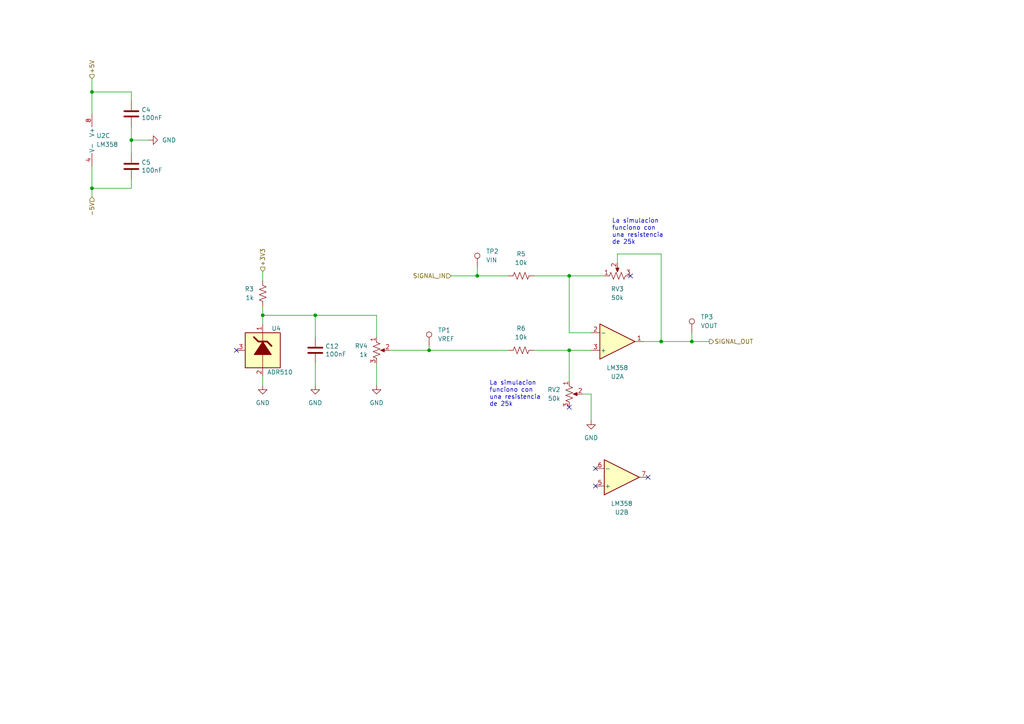
<source format=kicad_sch>
(kicad_sch (version 20230121) (generator eeschema)
  (paper "A4")
  (title_block (title "Signal-adapter") (date "2023-12-03") (rev "v1.0.0") (company "Maykol Rey") (comment 1 "Maykol Rey"))
  (lib_symbols
    (symbol "Amplifier_Operational:LM358" (pin_names (offset 0.127))
      (property "Reference" "U" (at 0 5.08 0))
      (property "Value" "LM358" (at 0 -5.08 0))
      (symbol "LM358_1_1"
        (polyline (pts (xy -5.08 5.08) (xy 5.08 0) (xy -5.08 -5.08) (xy -5.08 5.08)) (stroke (width 0.254)) (fill (type background)))
        (pin output line (at 7.62 0 180) (length 2.54) (name "~") (number "1"))
        (pin input line (at -7.62 -2.54 0) (length 2.54) (name "-") (number "2"))
        (pin input line (at -7.62 2.54 0) (length 2.54) (name "+") (number "3"))
      )
      (symbol "LM358_2_1"
        (polyline (pts (xy -5.08 5.08) (xy 5.08 0) (xy -5.08 -5.08) (xy -5.08 5.08)) (stroke (width 0.254)) (fill (type background)))
        (pin input line (at -7.62 2.54 0) (length 2.54) (name "+") (number "5"))
        (pin input line (at -7.62 -2.54 0) (length 2.54) (name "-") (number "6"))
        (pin output line (at 7.62 0 180) (length 2.54) (name "~") (number "7"))
      )
      (symbol "LM358_3_1"
        (pin power_in line (at -2.54 -7.62 90) (length 3.81) (name "V-") (number "4"))
        (pin power_in line (at -2.54 7.62 270) (length 3.81) (name "V+") (number "8"))
      )
    )
    (symbol "Connector:TestPoint" (pin_numbers hide) (pin_names (offset 0.762) hide)
      (property "Reference" "TP" (at 0 6.858 0))
      (property "Value" "TestPoint" (at 0 5.08 0))
      (symbol "TestPoint_0_1"
        (circle (center 0 3.302) (radius 0.762))
      )
      (symbol "TestPoint_1_1"
        (pin passive line (at 0 0 90) (length 2.54) (name "1") (number "1"))
      )
    )
    (symbol "Device:C" (pin_numbers hide) (pin_names (offset 0.254))
      (property "Reference" "C" (at 0.635 2.54 0))
      (property "Value" "C" (at 0.635 -2.54 0))
      (symbol "C_0_1"
        (polyline (pts (xy -2.032 -0.762) (xy 2.032 -0.762)) (stroke (width 0.508)))
        (polyline (pts (xy -2.032 0.762) (xy 2.032 0.762)) (stroke (width 0.508)))
      )
      (symbol "C_1_1"
        (pin passive line (at 0 3.81 270) (length 2.794) (name "~") (number "1"))
        (pin passive line (at 0 -3.81 90) (length 2.794) (name "~") (number "2"))
      )
    )
    (symbol "Device:R_Potentiometer_US" (pin_names (offset 1.016) hide)
      (property "Reference" "RV" (at -4.445 0 90))
      (property "Value" "R_Potentiometer_US" (at -2.54 0 90))
      (symbol "R_Potentiometer_US_0_1"
        (polyline (pts (xy 0 -2.286) (xy 0 -2.54)))
        (polyline (pts (xy 0 2.54) (xy 0 2.286)))
        (polyline (pts (xy 2.54 0) (xy 1.524 0)))
        (polyline (pts (xy 1.143 0) (xy 2.286 0.508) (xy 2.286 -0.508) (xy 1.143 0)) (fill (type outline)))
        (polyline (pts (xy 0 -0.762) (xy 1.016 -1.143) (xy 0 -1.524) (xy -1.016 -1.905) (xy 0 -2.286)))
        (polyline (pts (xy 0 0.762) (xy 1.016 0.381) (xy 0 0) (xy -1.016 -0.381) (xy 0 -0.762)))
        (polyline (pts (xy 0 2.286) (xy 1.016 1.905) (xy 0 1.524) (xy -1.016 1.143) (xy 0 0.762)))
      )
      (symbol "R_Potentiometer_US_1_1"
        (pin passive line (at 0 3.81 270) (length 1.27) (name "1") (number "1"))
        (pin passive line (at 3.81 0 180) (length 1.27) (name "2") (number "2"))
        (pin passive line (at 0 -3.81 90) (length 1.27) (name "3") (number "3"))
      )
    )
    (symbol "Device:R_US" (pin_numbers hide) (pin_names (offset 0))
      (property "Reference" "R" (at 2.54 0 90))
      (property "Value" "R_US" (at -2.54 0 90))
      (symbol "R_US_0_1"
        (polyline (pts (xy 0 -2.286) (xy 0 -2.54)))
        (polyline (pts (xy 0 2.286) (xy 0 2.54)))
        (polyline (pts (xy 0 -0.762) (xy 1.016 -1.143) (xy 0 -1.524) (xy -1.016 -1.905) (xy 0 -2.286)))
        (polyline (pts (xy 0 0.762) (xy 1.016 0.381) (xy 0 0) (xy -1.016 -0.381) (xy 0 -0.762)))
        (polyline (pts (xy 0 2.286) (xy 1.016 1.905) (xy 0 1.524) (xy -1.016 1.143) (xy 0 0.762)))
      )
      (symbol "R_US_1_1"
        (pin passive line (at 0 3.81 270) (length 1.27) (name "~") (number "1"))
        (pin passive line (at 0 -3.81 90) (length 1.27) (name "~") (number "2"))
      )
    )
    (symbol "mr-devices:ADR510"
      (property "Reference" "U" (at -0.635 8.255 0))
      (property "Value" "ADR510" (at 3.81 6.35 0))
      (symbol "ADR510_0_1"
        (rectangle (start -5.08 5.08) (end 5.08 -5.08) (stroke (width 0.254)) (fill (type background)))
        (polyline (pts (xy 0 5.08) (xy 0 -5.08)))
      )
      (symbol "ADR510_1_1"
        (polyline (pts (xy -2.54 1.27) (xy -1.27 2.54) (xy 1.27 2.54) (xy 2.54 3.81)) (stroke (width 0.5)))
        (polyline (pts (xy 0 2.54) (xy -2.54 -1.27) (xy 2.54 -1.27) (xy 0 2.54)) (fill (type outline)))
        (pin power_in line (at 0 7.62 270) (length 2.54) (name "") (number "1"))
        (pin power_in line (at 0 -7.62 90) (length 2.54) (name "") (number "2"))
        (pin power_out line (at 7.62 0 180) (length 2.54) (name "") (number "3"))
      )
    )
    (symbol "power:GND" (power) (pin_names (offset 0))
      (property "Value" "GND" (at 0 -3.81 0))
      (symbol "GND_0_1"
        (polyline (pts (xy 0 0) (xy 0 -1.27) (xy 1.27 -1.27) (xy 0 -2.54) (xy -1.27 -1.27) (xy 0 -1.27)))
      )
      (symbol "GND_1_1"
        (pin power_in line (at 0 0 270) (length 0) hide (name "GND") (number "1"))
      )
    )
  )
  (junction (at 165.1 101.6))
  (junction (at 91.44 91.44))
  (junction (at 76.2 91.44))
  (junction (at 138.43 80.01))
  (junction (at 38.1 40.64))
  (junction (at 124.46 101.6))
  (junction (at 200.66 99.06))
  (junction (at 26.67 54.61))
  (junction (at 165.1 80.01))
  (junction (at 26.67 26.67))
  (junction (at 191.77 99.06))
  (no_connect (at 165.1 118.11))
  (no_connect (at 172.72 135.89))
  (no_connect (at 187.96 138.43))
  (no_connect (at 172.72 140.97))
  (no_connect (at 182.88 80.01))
  (no_connect (at 68.58 101.6))
  (wire (pts (xy 200.66 99.06) (xy 191.77 99.06)))
  (wire (pts (xy 154.94 80.01) (xy 165.1 80.01)))
  (wire (pts (xy 76.2 91.44) (xy 76.2 93.98)))
  (wire (pts (xy 171.45 121.92) (xy 171.45 114.3)))
  (wire (pts (xy 91.44 91.44) (xy 91.44 97.79)))
  (wire (pts (xy 124.46 101.6) (xy 147.32 101.6)))
  (wire (pts (xy 165.1 101.6) (xy 165.1 110.49)))
  (wire (pts (xy 191.77 73.66) (xy 191.77 99.06)))
  (wire (pts (xy 165.1 96.52) (xy 171.45 96.52)))
  (wire (pts (xy 130.81 80.01) (xy 138.43 80.01)))
  (wire (pts (xy 91.44 105.41) (xy 91.44 111.76)))
  (wire (pts (xy 154.94 101.6) (xy 165.1 101.6)))
  (wire (pts (xy 200.66 96.52) (xy 200.66 99.06)))
  (wire (pts (xy 179.07 73.66) (xy 191.77 73.66)))
  (wire (pts (xy 109.22 105.41) (xy 109.22 111.76)))
  (wire (pts (xy 109.22 97.79) (xy 109.22 91.44)))
  (wire (pts (xy 138.43 80.01) (xy 147.32 80.01)))
  (wire (pts (xy 38.1 36.83) (xy 38.1 40.64)))
  (wire (pts (xy 165.1 101.6) (xy 171.45 101.6)))
  (wire (pts (xy 113.03 101.6) (xy 124.46 101.6)))
  (wire (pts (xy 26.67 26.67) (xy 26.67 33.02)))
  (wire (pts (xy 38.1 26.67) (xy 26.67 26.67)))
  (wire (pts (xy 76.2 109.22) (xy 76.2 111.76)))
  (wire (pts (xy 171.45 114.3) (xy 168.91 114.3)))
  (wire (pts (xy 76.2 88.9) (xy 76.2 91.44)))
  (wire (pts (xy 38.1 54.61) (xy 26.67 54.61)))
  (wire (pts (xy 124.46 100.33) (xy 124.46 101.6)))
  (wire (pts (xy 38.1 40.64) (xy 38.1 44.45)))
  (wire (pts (xy 109.22 91.44) (xy 91.44 91.44)))
  (wire (pts (xy 26.67 22.86) (xy 26.67 26.67)))
  (wire (pts (xy 175.26 80.01) (xy 165.1 80.01)))
  (wire (pts (xy 26.67 54.61) (xy 26.67 57.15)))
  (wire (pts (xy 179.07 76.2) (xy 179.07 73.66)))
  (wire (pts (xy 191.77 99.06) (xy 186.69 99.06)))
  (wire (pts (xy 91.44 91.44) (xy 76.2 91.44)))
  (wire (pts (xy 138.43 77.47) (xy 138.43 80.01)))
  (wire (pts (xy 38.1 29.21) (xy 38.1 26.67)))
  (wire (pts (xy 38.1 52.07) (xy 38.1 54.61)))
  (wire (pts (xy 26.67 48.26) (xy 26.67 54.61)))
  (wire (pts (xy 205.74 99.06) (xy 200.66 99.06)))
  (wire (pts (xy 165.1 80.01) (xy 165.1 96.52)))
  (wire (pts (xy 38.1 40.64) (xy 43.18 40.64)))
  (wire (pts (xy 76.2 78.74) (xy 76.2 81.28)))
  (text_box "La simulacion\nfunciono con una resistencia\nde 25k" (at 140.97 109.22 0) (size 17.78 10.16) (stroke (width -0.0001)) (effects (font (size 1.27 1.27)) (justify left top)))
  (text_box "La simulacion\nfunciono con una resistencia\nde 25k" (at 176.53 62.23 0) (size 17.78 10.16) (stroke (width -0.0001)) (effects (font (size 1.27 1.27)) (justify left top)))
  (hierarchical_label "SIGNAL_OUT" (shape output) (at 205.74 99.06 0))
  (hierarchical_label "SIGNAL_IN" (shape input) (at 130.81 80.01 180))
  (hierarchical_label "-5V" (shape input) (at 26.67 57.15 270))
  (hierarchical_label "+5V" (shape input) (at 26.67 22.86 90))
  (hierarchical_label "+3V3" (shape input) (at 76.2 78.74 90))
  (symbol (lib_id "Device:R_US") (at 76.2 85.09 180) (unit 1)
    (property "Reference" "R3" (at 73.66 83.8199 0) (effects (justify left)))
    (property "Value" "1k" (at 73.66 86.3599 0) (effects (justify left)))
    (property "Footprint" "Resistor_SMD:R_0603_1608Metric_Pad0.98x0.95mm_HandSolder" (effects hide))
    (property "LCSC Part" "C21190" (effects hide))
    (property "Mfr. Part" "0603WAF1001T5E" (effects hide))
    (property "Manufacturer" "UNI-ROYAL(Uniroyal Elec)" (effects hide))
    (property "Description" "100mW Thick Film Resistors ±100ppm/℃ ±1% 1kΩ 0603 Chip Resistor - Surface Mount ROHS" (effects hide))
    (property "Price" "0.0006" (effects hide))
    (instances (project "signal_adjustment" (path "" (reference "R3") (unit 1)) (path "" (reference "R7") (unit 1))) (project "cargadorDeBateriasLitIon" (path "" (reference "R3") (unit 1))) (project "display-esp32" (path "" (reference "R6") (unit 1))))
  )
  (symbol (lib_id "Device:R_US") (at 151.13 80.01 270) (unit 1)
    (property "Reference" "R5" (at 151.13 73.66 90))
    (property "Value" "10k" (at 151.13 76.2 90))
    (property "Footprint" "Resistor_SMD:R_0603_1608Metric_Pad0.98x0.95mm_HandSolder" (effects hide))
    (property "LCSC Part" "C25804" (effects hide))
    (property "Mfr. Part" "0603WAF1002T5E" (effects hide))
    (property "Manufacturer" "UNI-ROYAL(Uniroyal Elec) " (effects hide))
    (property "Description" "100mW Thick Film Resistors ±100ppm/℃ ±1% 10kΩ 0603 Chip Resistor - Surface Mount ROHS" (effects hide))
    (property "Price" "0.0009" (effects hide))
    (instances (project "signal_adjustment" (path "" (reference "R5") (unit 1))) (project "cargadorDeBateriasLitIon" (path "" (reference "R5") (unit 1))) (project "power" (path "" (reference "R5") (unit 1))) (project "display-esp32" (path "" (reference "R23") (unit 1))))
  )
  (symbol (lib_id "Amplifier_Operational:LM358") (at 179.07 99.06 0) (mirror x) (unit 1)
    (property "Reference" "U2" (at 179.07 109.22 0))
    (property "Value" "LM358" (at 179.07 106.68 0))
    (property "Footprint" "Package_SO:SOIC-8_3.9x4.9mm_P1.27mm" (effects hide))
    (property "Datasheet" "http://www.ti.com/lit/ds/symlink/lm2904-n.pdf" (effects hide))
    (property "LCSC Part" "C5423" (effects hide))
    (property "Mfr. Part" "LM358DR" (effects hide))
    (property "Manufacturer" "Texas Instruments" (effects hide))
    (property "Description" "20nA Dual 700kHz SOIC-8 Operational Amplifier ROHS" (effects hide))
    (property "Price" "0.1020" (effects hide))
  )
  (symbol (lib_id "Device:R_US") (at 151.13 101.6 270) (unit 1)
    (property "Reference" "R6" (at 151.13 95.25 90))
    (property "Value" "10k" (at 151.13 97.79 90))
    (property "Footprint" "Resistor_SMD:R_0603_1608Metric_Pad0.98x0.95mm_HandSolder" (effects hide))
    (property "LCSC Part" "C25804" (effects hide))
    (property "Mfr. Part" "0603WAF1002T5E" (effects hide))
    (property "Manufacturer" "UNI-ROYAL(Uniroyal Elec) " (effects hide))
    (property "Description" "100mW Thick Film Resistors ±100ppm/℃ ±1% 10kΩ 0603 Chip Resistor - Surface Mount ROHS" (effects hide))
    (property "Price" "0.0009" (effects hide))
    (instances (project "signal_adjustment" (path "" (reference "R6") (unit 1))) (project "cargadorDeBateriasLitIon" (path "" (reference "R5") (unit 1))) (project "power" (path "" (reference "R5") (unit 1))) (project "display-esp32" (path "" (reference "R23") (unit 1))))
  )
  (symbol (lib_id "power:GND") (at 43.18 40.64 90) (unit 1)
    (property "Reference" "#PWR013" (effects hide))
    (property "Value" "GND" (at 46.99 40.64 90) (effects (justify right)))
    (instances (project "signal_adjustment" (path "" (reference "#PWR013") (unit 1))) (project "downSignal" (path "" (reference "#PWR01") (unit 1))))
  )
  (symbol (lib_id "Device:R_Potentiometer_US") (at 179.07 80.01 90) (unit 1)
    (property "Reference" "RV3" (at 179.07 83.82 90))
    (property "Value" "50k" (at 179.07 86.36 90))
    (property "Footprint" "Potentiometer_SMD:Potentiometer_Bourns_TC33X_Vertical" (effects hide))
    (property "Datasheet" "https://datasheet.lcsc.com/lcsc/2208260930_BOURNS-TC33X-2-503E_C913246.pdf" (effects hide))
    (property "LCSC Part" "C913246" (effects hide))
    (property "Mfr. Part" "TC33X-2-503E" (effects hide))
    (property "Manufacturer" "BOURNS" (effects hide))
    (property "Description" "±25% ±250ppm/℃ 100mW 50kΩ SMD Variable Resistors/Potentiometers ROHS" (effects hide))
    (property "Price" "0.1222" (effects hide))
  )
  (symbol (lib_id "power:GND") (at 109.22 111.76 0) (unit 1)
    (property "Reference" "#PWR08" (effects hide))
    (property "Value" "GND" (at 109.22 116.84 0))
    (instances (project "signal_adjustment" (path "" (reference "#PWR08") (unit 1))) (project "downSignal" (path "" (reference "#PWR01") (unit 1))))
  )
  (symbol (lib_id "Device:R_Potentiometer_US") (at 109.22 101.6 0) (unit 1)
    (property "Reference" "RV4" (at 106.68 100.33 0) (effects (justify right)))
    (property "Value" "1k" (at 106.68 102.87 0) (effects (justify right)))
    (property "Footprint" "Potentiometer_SMD:Potentiometer_Bourns_TC33X_Vertical" (effects hide))
    (property "Datasheet" "https://datasheet.lcsc.com/lcsc/2304140030_BOURNS-TC33X-2-102E_C719174.pdf" (effects hide))
    (property "LCSC Part" "C719174" (effects hide))
    (property "Mfr. Part" "TC33X-2-102E" (effects hide))
    (property "Manufacturer" "BOURNS" (effects hide))
    (property "Description" "±25% ±250ppm/℃ 150mW 1kΩ SMD Variable Resistors/Potentiometers ROHS" (effects hide))
    (property "Price" "0.1311" (effects hide))
  )
  (symbol (lib_id "Device:C") (at 91.44 101.6 0) (mirror y) (unit 1)
    (property "Reference" "C12" (at 94.361 100.4316 0) (effects (justify right)))
    (property "Value" "100nF" (at 94.361 102.743 0) (effects (justify right)))
    (property "Footprint" "Capacitor_SMD:C_0603_1608Metric_Pad1.08x0.95mm_HandSolder" (effects hide))
    (property "LCSC Part" "C66501" (effects hide))
    (property "Mfr. Part" "CL10B104KO8NNNC" (effects hide))
    (property "Manufacturer" "Samsung Electro-Mechanics" (effects hide))
    (property "Description" "16V 100nF X7R ±10% 0603 Multilayer Ceramic Capacitors MLCC - SMD/SMT ROHS" (effects hide))
    (property "Price" "0.01" (effects hide))
    (property "TC" "X7R" (effects hide))
    (instances (project "signal_adjustment" (path "" (reference "C12") (unit 1))) (project "cargadorDeBateriasLitIon" (path "" (reference "C3") (unit 1))) (project "power" (path "" (reference "C3") (unit 1))) (project "display-esp32" (path "" (reference "C3") (unit 1))))
  )
  (symbol (lib_id "Connector:TestPoint") (at 124.46 100.33 0) (unit 1) (in_bom no)
    (property "Reference" "TP1" (at 127 95.758 0) (effects (justify left)))
    (property "Value" "VREF" (at 127 98.298 0) (effects (justify left)))
    (property "Footprint" "TestPoint:TestPoint_Pad_D1.0mm" (effects hide))
  )
  (symbol (lib_id "Connector:TestPoint") (at 138.43 77.47 0) (unit 1) (in_bom no)
    (property "Reference" "TP2" (at 140.97 72.898 0) (effects (justify left)))
    (property "Value" "VIN" (at 140.97 75.438 0) (effects (justify left)))
    (property "Footprint" "TestPoint:TestPoint_Pad_D1.0mm" (effects hide))
  )
  (symbol (lib_id "Device:C") (at 38.1 48.26 0) (mirror y) (unit 1)
    (property "Reference" "C5" (at 41.021 47.0916 0) (effects (justify right)))
    (property "Value" "100nF" (at 41.021 49.403 0) (effects (justify right)))
    (property "Footprint" "Capacitor_SMD:C_0603_1608Metric_Pad1.08x0.95mm_HandSolder" (effects hide))
    (property "LCSC Part" "C66501" (effects hide))
    (property "Mfr. Part" "CL10B104KO8NNNC" (effects hide))
    (property "Manufacturer" "Samsung Electro-Mechanics" (effects hide))
    (property "Description" "16V 100nF X7R ±10% 0603 Multilayer Ceramic Capacitors MLCC - SMD/SMT ROHS" (effects hide))
    (property "Price" "0.01" (effects hide))
    (property "TC" "X7R" (effects hide))
    (instances (project "signal_adjustment" (path "" (reference "C5") (unit 1))) (project "cargadorDeBateriasLitIon" (path "" (reference "C3") (unit 1))) (project "power" (path "" (reference "C3") (unit 1))) (project "display-esp32" (path "" (reference "C3") (unit 1))))
  )
  (symbol (lib_id "power:GND") (at 76.2 111.76 0) (unit 1)
    (property "Reference" "#PWR014" (effects hide))
    (property "Value" "GND" (at 76.2 116.84 0))
    (instances (project "signal_adjustment" (path "" (reference "#PWR014") (unit 1))) (project "downSignal" (path "" (reference "#PWR01") (unit 1))))
  )
  (symbol (lib_id "Device:C") (at 38.1 33.02 0) (mirror y) (unit 1)
    (property "Reference" "C4" (at 41.021 31.8516 0) (effects (justify right)))
    (property "Value" "100nF" (at 41.021 34.163 0) (effects (justify right)))
    (property "Footprint" "Capacitor_SMD:C_0603_1608Metric_Pad1.08x0.95mm_HandSolder" (effects hide))
    (property "LCSC Part" "C66501" (effects hide))
    (property "Mfr. Part" "CL10B104KO8NNNC" (effects hide))
    (property "Manufacturer" "Samsung Electro-Mechanics" (effects hide))
    (property "Description" "16V 100nF X7R ±10% 0603 Multilayer Ceramic Capacitors MLCC - SMD/SMT ROHS" (effects hide))
    (property "Price" "0.01" (effects hide))
    (property "TC" "X7R" (effects hide))
    (instances (project "signal_adjustment" (path "" (reference "C4") (unit 1))) (project "cargadorDeBateriasLitIon" (path "" (reference "C3") (unit 1))) (project "power" (path "" (reference "C3") (unit 1))) (project "display-esp32" (path "" (reference "C3") (unit 1))))
  )
  (symbol (lib_id "power:GND") (at 171.45 121.92 0) (unit 1)
    (property "Reference" "#PWR015" (effects hide))
    (property "Value" "GND" (at 171.45 127 0))
    (instances (project "signal_adjustment" (path "" (reference "#PWR015") (unit 1))) (project "downSignal" (path "" (reference "#PWR03") (unit 1))))
  )
  (symbol (lib_id "mr-devices:ADR510") (at 76.2 101.6 0) (mirror y) (unit 1)
    (property "Reference" "U4" (at 78.74 95.25 0) (effects (justify right)))
    (property "Value" "ADR510" (at 77.47 107.95 0) (effects (justify right)))
    (property "Footprint" "Package_TO_SOT_SMD:SOT-23" (effects hide))
    (property "Datasheet" "https://datasheet.lcsc.com/lcsc/2304140030_Analog-Devices-ADR510ARTZ-REEL7_C77651.pdf" (effects hide))
    (property "LCSC Part" "C77651" (effects hide))
    (property "Mfr. Part" "ADR510ARTZ-REEL7" (effects hide))
    (property "Manufacturer" "Analog Devices" (effects hide))
    (property "Description" "1V ±0.35% 10mA Fixed SOT-23 Voltage References ROHS" (effects hide))
    (property "Price" " 1.4255" (effects hide))
  )
  (symbol (lib_id "power:GND") (at 91.44 111.76 0) (unit 1)
    (property "Reference" "#PWR026" (effects hide))
    (property "Value" "GND" (at 91.44 116.84 0))
    (instances (project "signal_adjustment" (path "" (reference "#PWR026") (unit 1))) (project "downSignal" (path "" (reference "#PWR01") (unit 1))))
  )
  (symbol (lib_id "Amplifier_Operational:LM358") (at 180.34 138.43 0) (mirror x) (unit 2)
    (property "Reference" "U2" (at 180.34 148.59 0))
    (property "Value" "LM358" (at 180.34 146.05 0))
    (property "Footprint" "Package_SO:SOIC-8_3.9x4.9mm_P1.27mm" (effects hide))
    (property "Datasheet" "http://www.ti.com/lit/ds/symlink/lm2904-n.pdf" (effects hide))
    (property "LCSC Part" "C5423" (effects hide))
    (property "Mfr. Part" "LM358DR" (effects hide))
    (property "Manufacturer" "Texas Instruments" (effects hide))
    (property "Description" "20nA Dual 700kHz SOIC-8 Operational Amplifier ROHS" (effects hide))
    (property "Price" "0.1020" (effects hide))
  )
  (symbol (lib_id "Device:R_Potentiometer_US") (at 165.1 114.3 0) (unit 1)
    (property "Reference" "RV2" (at 162.56 113.03 0) (effects (justify right)))
    (property "Value" "50k" (at 162.56 115.57 0) (effects (justify right)))
    (property "Footprint" "Potentiometer_SMD:Potentiometer_Bourns_TC33X_Vertical" (effects hide))
    (property "Datasheet" "https://datasheet.lcsc.com/lcsc/2208260930_BOURNS-TC33X-2-503E_C913246.pdf" (effects hide))
    (property "LCSC Part" "C913246" (effects hide))
    (property "Mfr. Part" "TC33X-2-503E" (effects hide))
    (property "Manufacturer" "BOURNS" (effects hide))
    (property "Description" "±25% ±250ppm/℃ 100mW 50kΩ SMD Variable Resistors/Potentiometers ROHS" (effects hide))
    (property "Price" "0.1222" (effects hide))
  )
  (symbol (lib_id "Connector:TestPoint") (at 200.66 96.52 0) (unit 1) (in_bom no)
    (property "Reference" "TP3" (at 203.2 91.948 0) (effects (justify left)))
    (property "Value" "VOUT" (at 203.2 94.488 0) (effects (justify left)))
    (property "Footprint" "TestPoint:TestPoint_Pad_D1.0mm" (effects hide))
  )
  (symbol (lib_id "Amplifier_Operational:LM358") (at 29.21 40.64 0) (unit 3)
    (property "Reference" "U2" (at 27.94 39.37 0) (effects (justify left)))
    (property "Value" "LM358" (at 27.94 41.91 0) (effects (justify left)))
    (property "Footprint" "Package_SO:SOIC-8_3.9x4.9mm_P1.27mm" (effects hide))
    (property "Datasheet" "http://www.ti.com/lit/ds/symlink/lm2904-n.pdf" (effects hide))
    (property "LCSC Part" "C5423" (effects hide))
    (property "Mfr. Part" "LM358DR" (effects hide))
    (property "Manufacturer" "Texas Instruments" (effects hide))
    (property "Description" "20nA Dual 700kHz SOIC-8 Operational Amplifier ROHS" (effects hide))
    (property "Price" "0.1020" (effects hide))
  )
)
</source>
